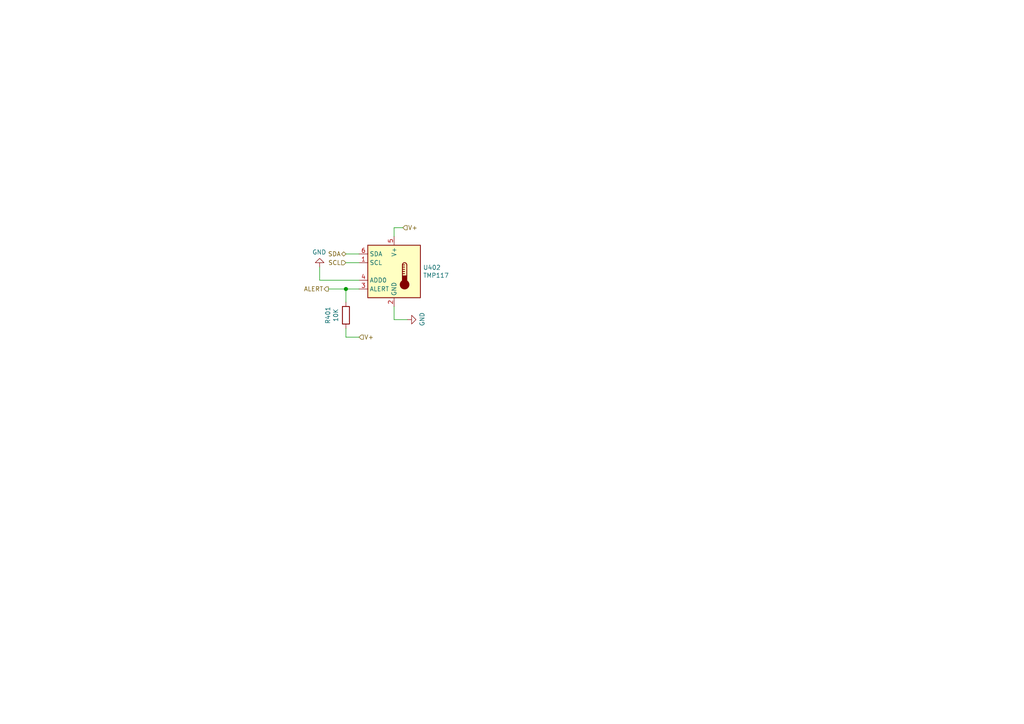
<source format=kicad_sch>
(kicad_sch (version 20200828) (generator eeschema)
  (page 2 3)
  (paper "A4")
  (lib_symbols
    (symbol "Device:R" (pin_numbers hide) (pin_names (offset 0))
      (property "Reference" "R" (at 2.032 0 90))
      (property "Value" "R" (at 0 0 90))
      (symbol "R_0_1"
        (rectangle (start -1.016 -2.54) (end 1.016 2.54) (stroke (width 0.254)))
      )
      (symbol "R_1_1"
        (pin passive line (at 0 3.81 270) (length 1.27) (name "~") (number "1"))
        (pin passive line (at 0 -3.81 90) (length 1.27) (name "~") (number "2"))
      )
    )
    (symbol "custom:TMP117MAI"
      (property "Reference" "U" (at 10.16 6.35 0))
      (property "Value" "TMP117MAI" (at 12.7 3.81 0))
      (symbol "TMP117MAI_1_1"
        (arc (start 3.683 1.905) (end 2.413 1.905) (radius (at 3.048 1.905) (length 0.635) (angles 0.1 179.9)) (stroke (width 0.254)))
        (circle (center 3.048 -3.81) (radius 1.27) (stroke (width 0.254)) (fill (type outline)))
        (rectangle (start 3.683 -3.175) (end 2.413 -1.27) (stroke (width 0.254)) (fill (type outline)))
        (polyline (pts (xy 2.413 -0.635) (xy 3.048 -0.635)) (stroke (width 0.254)))
        (polyline (pts (xy 2.413 0) (xy 3.048 0)) (stroke (width 0.254)))
        (polyline (pts (xy 2.413 0.635) (xy 3.048 0.635)) (stroke (width 0.254)))
        (polyline (pts (xy 2.413 1.27) (xy 3.048 1.27)) (stroke (width 0.254)))
        (polyline (pts (xy 2.413 1.905) (xy 2.413 -1.27)) (stroke (width 0.254)))
        (polyline (pts (xy 2.413 1.905) (xy 3.048 1.905)) (stroke (width 0.254)))
        (polyline (pts (xy 3.683 1.905) (xy 3.683 -1.27)) (stroke (width 0.254)))
        (pin input line (at -10.16 2.54 0) (length 2.54) (name "SCL") (number "1"))
        (pin power_in line (at 0 -10.16 90) (length 2.54) (name "GND") (number "2"))
        (pin output line (at -10.16 -5.08 0) (length 2.54) (name "ALERT") (number "3"))
        (pin power_in line (at 0 10.16 270) (length 2.54) (name "V+") (number "5"))
        (pin input line (at -10.16 -2.54 0) (length 2.54) (name "ADD0") (number "4"))
        (pin bidirectional line (at -10.16 5.08 0) (length 2.54) (name "SDA") (number "6"))
      )
      (symbol "TMP117MAI_0_1"
        (rectangle (start -7.62 7.62) (end 7.62 -7.62) (stroke (width 0.254)) (fill (type background)))
      )
    )
    (symbol "power:GND" (power) (pin_names (offset 0))
      (property "Value" "GND" (at 0 -3.81 0))
      (symbol "GND_0_1"
        (polyline (pts (xy 0 0) (xy 0 -1.27) (xy 1.27 -1.27) (xy 0 -2.54) (xy -1.27 -1.27) (xy 0 -1.27)))
      )
      (symbol "GND_1_1"
        (pin power_in line (at 0 0 270) (length 0) hide (name "GND") (number "1"))
      )
    )
  )
  (junction (at 100.33 83.82) (diameter 1.016))
  (wire (pts (xy 92.71 77.47) (xy 92.71 81.28)))
  (wire (pts (xy 92.71 81.28) (xy 104.14 81.28)))
  (wire (pts (xy 95.25 83.82) (xy 100.33 83.82)))
  (wire (pts (xy 100.33 73.66) (xy 104.14 73.66)))
  (wire (pts (xy 100.33 76.2) (xy 104.14 76.2)))
  (wire (pts (xy 100.33 83.82) (xy 100.33 87.63)))
  (wire (pts (xy 100.33 83.82) (xy 104.14 83.82)))
  (wire (pts (xy 100.33 95.25) (xy 100.33 97.79)))
  (wire (pts (xy 100.33 97.79) (xy 104.14 97.79)))
  (wire (pts (xy 114.3 66.04) (xy 116.84 66.04)))
  (wire (pts (xy 114.3 68.58) (xy 114.3 66.04)))
  (wire (pts (xy 114.3 88.9) (xy 114.3 92.71)))
  (wire (pts (xy 114.3 92.71) (xy 118.11 92.71)))
  (hierarchical_label "ALERT" (shape output) (at 95.25 83.82 180))
  (hierarchical_label "SDA" (shape bidirectional) (at 100.33 73.66 180))
  (hierarchical_label "SCL" (shape input) (at 100.33 76.2 180))
  (hierarchical_label "V+" (shape input) (at 104.14 97.79 0))
  (hierarchical_label "V+" (shape input) (at 116.84 66.04 0))
  (symbol (lib_id "power:GND") (at 92.71 77.47 180) (unit 1)
    (property "Reference" "#PWR0404" (effects hide))
    (property "Value" "GND" (at 92.5957 73.1456 0))
  )
  (symbol (lib_id "power:GND") (at 118.11 92.71 90) (unit 1)
    (property "Reference" "#PWR0406" (effects hide))
    (property "Value" "GND" (at 122.4344 92.5957 0))
  )
  (symbol (lib_id "Device:R") (at 100.33 91.44 180) (unit 1)
    (property "Reference" "R401" (at 95.1038 91.44 90))
    (property "Value" "10K" (at 97.402 91.44 90))
    (property "Footprint" "Resistor_SMD:R_0603_1608Metric" (effects hide))
  )
  (symbol (lib_id "custom:TMP117MAI") (at 114.3 78.74 0) (unit 1)
    (property "Reference" "U402" (at 122.6821 77.5906 0) (effects (justify left)))
    (property "Value" "TMP117" (at 122.6821 79.8893 0) (effects (justify left)))
    (property "Footprint" "ViktorStiskala:TMP117_SON65" (effects hide))
    (property "Datasheet" "https://www.ti.com/lit/ds/symlink/tmp117.pdf" (effects hide))
  )
)
</source>
